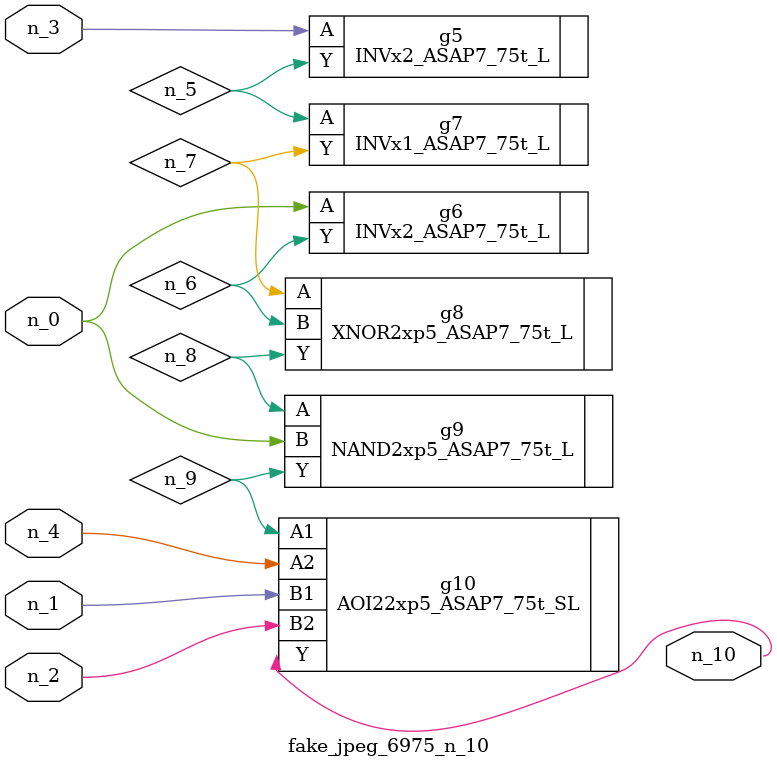
<source format=v>
module fake_jpeg_6975_n_10 (n_3, n_2, n_1, n_0, n_4, n_10);

input n_3;
input n_2;
input n_1;
input n_0;
input n_4;

output n_10;

wire n_8;
wire n_9;
wire n_6;
wire n_5;
wire n_7;

INVx2_ASAP7_75t_L g5 ( 
.A(n_3),
.Y(n_5)
);

INVx2_ASAP7_75t_L g6 ( 
.A(n_0),
.Y(n_6)
);

INVx1_ASAP7_75t_L g7 ( 
.A(n_5),
.Y(n_7)
);

XNOR2xp5_ASAP7_75t_L g8 ( 
.A(n_7),
.B(n_6),
.Y(n_8)
);

NAND2xp5_ASAP7_75t_L g9 ( 
.A(n_8),
.B(n_0),
.Y(n_9)
);

AOI22xp5_ASAP7_75t_SL g10 ( 
.A1(n_9),
.A2(n_4),
.B1(n_1),
.B2(n_2),
.Y(n_10)
);


endmodule
</source>
